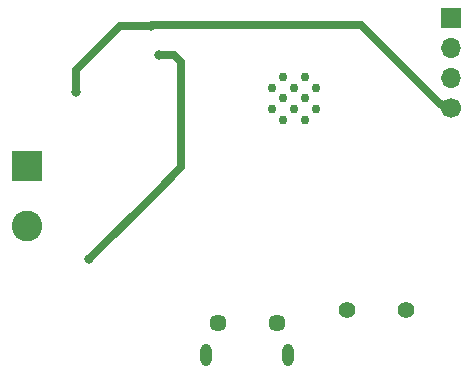
<source format=gbl>
G04 #@! TF.GenerationSoftware,KiCad,Pcbnew,(5.1.9)-1*
G04 #@! TF.CreationDate,2021-04-10T16:29:16+02:00*
G04 #@! TF.ProjectId,eerste_versie,65657273-7465-45f7-9665-727369652e6b,rev?*
G04 #@! TF.SameCoordinates,Original*
G04 #@! TF.FileFunction,Copper,L2,Bot*
G04 #@! TF.FilePolarity,Positive*
%FSLAX46Y46*%
G04 Gerber Fmt 4.6, Leading zero omitted, Abs format (unit mm)*
G04 Created by KiCad (PCBNEW (5.1.9)-1) date 2021-04-10 16:29:16*
%MOMM*%
%LPD*%
G01*
G04 APERTURE LIST*
G04 #@! TA.AperFunction,ComponentPad*
%ADD10R,2.600000X2.600000*%
G04 #@! TD*
G04 #@! TA.AperFunction,ComponentPad*
%ADD11C,2.600000*%
G04 #@! TD*
G04 #@! TA.AperFunction,ComponentPad*
%ADD12R,1.700000X1.700000*%
G04 #@! TD*
G04 #@! TA.AperFunction,ComponentPad*
%ADD13O,1.700000X1.700000*%
G04 #@! TD*
G04 #@! TA.AperFunction,ComponentPad*
%ADD14C,1.700000*%
G04 #@! TD*
G04 #@! TA.AperFunction,ComponentPad*
%ADD15C,1.450000*%
G04 #@! TD*
G04 #@! TA.AperFunction,ComponentPad*
%ADD16O,0.950000X1.900000*%
G04 #@! TD*
G04 #@! TA.AperFunction,ComponentPad*
%ADD17C,1.408000*%
G04 #@! TD*
G04 #@! TA.AperFunction,ComponentPad*
%ADD18C,0.762000*%
G04 #@! TD*
G04 #@! TA.AperFunction,ViaPad*
%ADD19C,0.800000*%
G04 #@! TD*
G04 #@! TA.AperFunction,Conductor*
%ADD20C,0.635000*%
G04 #@! TD*
G04 APERTURE END LIST*
D10*
X116459000Y-119888000D03*
D11*
X116459000Y-124968000D03*
D12*
X152400000Y-107410000D03*
D13*
X152400000Y-109950000D03*
X152400000Y-112490000D03*
D14*
X152400000Y-115030000D03*
D15*
X137628000Y-133190000D03*
X132628000Y-133190000D03*
D16*
X138628000Y-135890000D03*
X131628000Y-135890000D03*
D17*
X148550000Y-132080000D03*
X143550000Y-132080000D03*
D18*
X140007500Y-116015000D03*
X138172500Y-116015000D03*
X140007500Y-112345000D03*
X138172500Y-112345000D03*
X140007500Y-114180000D03*
X138172500Y-114180000D03*
X140925000Y-115097500D03*
X139090000Y-115097500D03*
X137255000Y-115097500D03*
X140925000Y-113262500D03*
X137255000Y-113262500D03*
X139090000Y-113262500D03*
D19*
X120650000Y-113665000D03*
X127000000Y-108077000D03*
X127635000Y-110490000D03*
X121745000Y-127810000D03*
D20*
X151860000Y-115030000D02*
X151130000Y-114300000D01*
X152400000Y-115030000D02*
X151860000Y-115030000D01*
X151130000Y-114300000D02*
X144780000Y-107950000D01*
X151765000Y-114935000D02*
X151130000Y-114300000D01*
X120650000Y-113665000D02*
X120650000Y-111760000D01*
X124333000Y-108077000D02*
X120650000Y-111760000D01*
X127000000Y-108077000D02*
X124333000Y-108077000D01*
X127127000Y-107950000D02*
X127000000Y-108077000D01*
X144780000Y-107950000D02*
X127127000Y-107950000D01*
X129540000Y-120015000D02*
X127317500Y-122237500D01*
X129540000Y-111125000D02*
X129540000Y-120015000D01*
X128905000Y-110490000D02*
X129540000Y-111125000D01*
X127635000Y-110490000D02*
X128905000Y-110490000D01*
X127317500Y-122237500D02*
X121920000Y-127635000D01*
X127635000Y-121920000D02*
X127317500Y-122237500D01*
M02*

</source>
